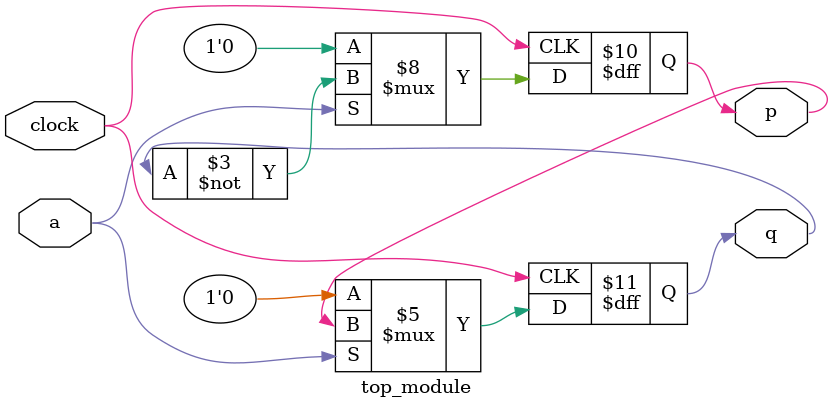
<source format=sv>
module top_module (
    input clock,
    input a, 
    output reg p,
    output reg q
);

always @(posedge clock) begin
    if (a == 0) begin
        p <= 0;
        q <= 0;
    end
    else begin
        p <= ~q;
        q <= p;
    end
end

endmodule

</source>
